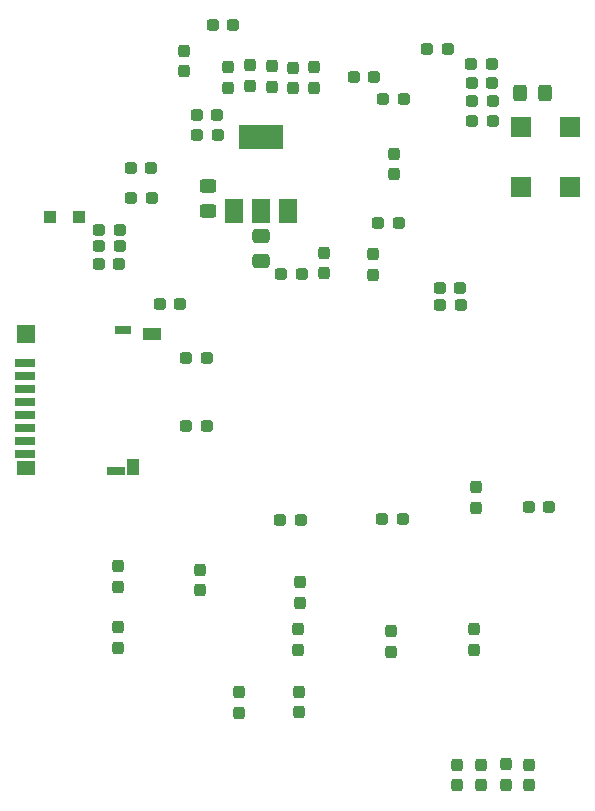
<source format=gbp>
G04 #@! TF.GenerationSoftware,KiCad,Pcbnew,7.0.1*
G04 #@! TF.CreationDate,2023-06-11T21:02:18+01:00*
G04 #@! TF.ProjectId,ElectronULA,456c6563-7472-46f6-9e55-4c412e6b6963,rev?*
G04 #@! TF.SameCoordinates,Original*
G04 #@! TF.FileFunction,Paste,Bot*
G04 #@! TF.FilePolarity,Positive*
%FSLAX46Y46*%
G04 Gerber Fmt 4.6, Leading zero omitted, Abs format (unit mm)*
G04 Created by KiCad (PCBNEW 7.0.1) date 2023-06-11 21:02:18*
%MOMM*%
%LPD*%
G01*
G04 APERTURE LIST*
G04 Aperture macros list*
%AMRoundRect*
0 Rectangle with rounded corners*
0 $1 Rounding radius*
0 $2 $3 $4 $5 $6 $7 $8 $9 X,Y pos of 4 corners*
0 Add a 4 corners polygon primitive as box body*
4,1,4,$2,$3,$4,$5,$6,$7,$8,$9,$2,$3,0*
0 Add four circle primitives for the rounded corners*
1,1,$1+$1,$2,$3*
1,1,$1+$1,$4,$5*
1,1,$1+$1,$6,$7*
1,1,$1+$1,$8,$9*
0 Add four rect primitives between the rounded corners*
20,1,$1+$1,$2,$3,$4,$5,0*
20,1,$1+$1,$4,$5,$6,$7,0*
20,1,$1+$1,$6,$7,$8,$9,0*
20,1,$1+$1,$8,$9,$2,$3,0*%
G04 Aperture macros list end*
%ADD10RoundRect,0.237500X0.237500X-0.287500X0.237500X0.287500X-0.237500X0.287500X-0.237500X-0.287500X0*%
%ADD11RoundRect,0.237500X-0.287500X-0.237500X0.287500X-0.237500X0.287500X0.237500X-0.287500X0.237500X0*%
%ADD12RoundRect,0.237500X-0.237500X0.287500X-0.237500X-0.287500X0.237500X-0.287500X0.237500X0.287500X0*%
%ADD13RoundRect,0.237500X0.287500X0.237500X-0.287500X0.237500X-0.287500X-0.237500X0.287500X-0.237500X0*%
%ADD14RoundRect,0.249999X0.450001X-0.325001X0.450001X0.325001X-0.450001X0.325001X-0.450001X-0.325001X0*%
%ADD15RoundRect,0.249999X-0.325001X-0.450001X0.325001X-0.450001X0.325001X0.450001X-0.325001X0.450001X0*%
%ADD16R,1.800000X1.800000*%
%ADD17R,1.500000X2.000000*%
%ADD18R,3.800000X2.000000*%
%ADD19R,1.000000X1.000000*%
%ADD20R,1.750000X0.700000*%
%ADD21R,1.000000X1.450000*%
%ADD22R,1.550000X1.000000*%
%ADD23R,1.500000X0.800000*%
%ADD24R,1.500000X1.300000*%
%ADD25R,1.500000X1.500000*%
%ADD26R,1.400000X0.800000*%
%ADD27RoundRect,0.250000X-0.475000X0.337500X-0.475000X-0.337500X0.475000X-0.337500X0.475000X0.337500X0*%
G04 APERTURE END LIST*
D10*
X148877200Y-116496000D03*
X148877200Y-114746000D03*
D11*
X160967200Y-100101000D03*
X162717200Y-100101000D03*
D10*
X154057200Y-107141000D03*
X154057200Y-105391000D03*
X145511520Y-106086880D03*
X145511520Y-104336880D03*
D12*
X161707200Y-109561000D03*
X161707200Y-111311000D03*
X168960200Y-97390000D03*
X168960200Y-99140000D03*
D13*
X154082200Y-100161000D03*
X152332200Y-100161000D03*
D11*
X144392200Y-92157560D03*
X146142200Y-92157560D03*
D10*
X153897200Y-116441000D03*
X153897200Y-114691000D03*
D12*
X153837200Y-109381000D03*
X153837200Y-111131000D03*
D13*
X162794920Y-64498220D03*
X161044920Y-64498220D03*
X162385980Y-74996040D03*
X160635980Y-74996040D03*
D12*
X153393140Y-61842680D03*
X153393140Y-63592680D03*
D10*
X160185100Y-79366080D03*
X160185100Y-77616080D03*
D12*
X147883880Y-61776640D03*
X147883880Y-63526640D03*
D11*
X165832820Y-80515460D03*
X167582820Y-80515460D03*
X164801580Y-60286900D03*
X166551580Y-60286900D03*
D13*
X141451300Y-72854820D03*
X139701300Y-72854820D03*
X143902200Y-81831000D03*
X142152200Y-81831000D03*
D11*
X152411460Y-79308960D03*
X154161460Y-79308960D03*
X145263900Y-65864740D03*
X147013900Y-65864740D03*
X139683520Y-70370700D03*
X141433520Y-70370700D03*
D10*
X151683720Y-63486000D03*
X151683720Y-61736000D03*
X149778720Y-63394560D03*
X149778720Y-61644560D03*
D11*
X146627880Y-58239660D03*
X148377880Y-58239660D03*
D12*
X161991040Y-69127400D03*
X161991040Y-70877400D03*
D10*
X155188920Y-63552040D03*
X155188920Y-61802040D03*
D14*
X146237960Y-73948400D03*
X146237960Y-71898400D03*
D12*
X168772840Y-109371160D03*
X168772840Y-111121160D03*
D15*
X172680520Y-63985140D03*
X174730520Y-63985140D03*
D16*
X176880520Y-66855340D03*
X176880520Y-71935340D03*
X172689520Y-71935340D03*
X172689520Y-66855340D03*
D11*
X158558260Y-62664340D03*
X160308260Y-62664340D03*
D17*
X153033760Y-73980440D03*
X150733760Y-73980440D03*
X148433760Y-73980440D03*
D18*
X150733760Y-67680440D03*
D10*
X144170400Y-62160120D03*
X144170400Y-60410120D03*
X138595100Y-110994160D03*
X138595100Y-109244160D03*
D11*
X173386200Y-99069000D03*
X175136200Y-99069000D03*
D10*
X156077920Y-79269560D03*
X156077920Y-77519560D03*
D11*
X165865840Y-81978500D03*
X167615840Y-81978500D03*
D13*
X170282840Y-61523880D03*
X168532840Y-61523880D03*
X170313320Y-63103760D03*
X168563320Y-63103760D03*
X170333640Y-64678560D03*
X168583640Y-64678560D03*
X170343800Y-66365120D03*
X168593800Y-66365120D03*
D11*
X144392200Y-86427560D03*
X146142200Y-86427560D03*
D13*
X147067240Y-67564000D03*
X145317240Y-67564000D03*
X138736040Y-78450440D03*
X136986040Y-78450440D03*
X138761440Y-76982320D03*
X137011440Y-76982320D03*
D10*
X138572240Y-105820180D03*
X138572240Y-104070180D03*
D13*
X138766520Y-75575160D03*
X137016520Y-75575160D03*
D19*
X135318820Y-74455020D03*
X132818820Y-74455020D03*
D10*
X167335200Y-122614660D03*
X167335200Y-120864660D03*
X169384980Y-122599420D03*
X169384980Y-120849420D03*
X171437300Y-122589260D03*
X171437300Y-120839260D03*
X173428660Y-122622280D03*
X173428660Y-120872280D03*
D20*
X130694940Y-86829900D03*
X130694940Y-87929900D03*
X130694940Y-89029900D03*
X130694940Y-90129900D03*
X130694940Y-91229900D03*
X130694940Y-92329900D03*
X130694940Y-93429900D03*
X130694940Y-94529900D03*
D21*
X139919940Y-95654900D03*
D22*
X141494940Y-84429900D03*
D23*
X138419940Y-95979900D03*
D24*
X130819940Y-95729900D03*
D25*
X130819940Y-84379900D03*
D26*
X139069940Y-84029900D03*
D27*
X150723600Y-76127700D03*
X150723600Y-78202700D03*
M02*

</source>
